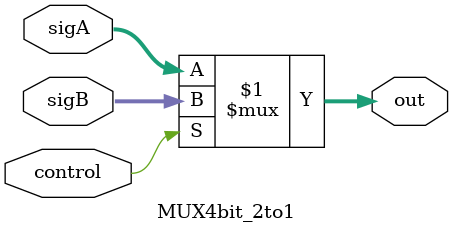
<source format=v>
module MUX4bit_2to1(
    input [3:0] sigA,
    input [3:0] sigB,
    input control,

    output [3:0] out
);

assign out = control? sigB : sigA;

endmodule
</source>
